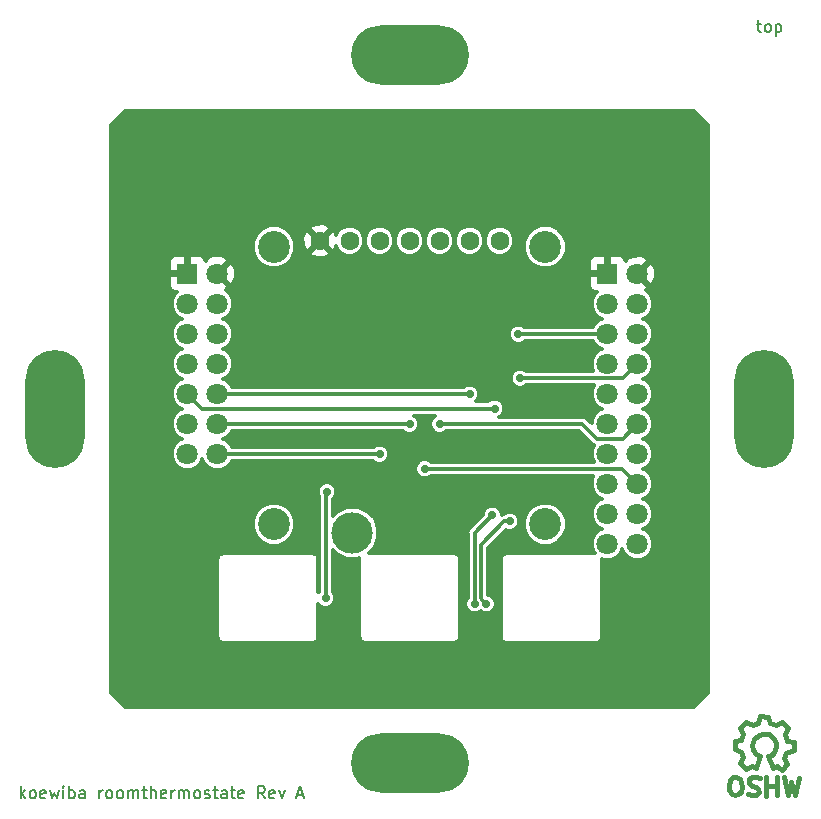
<source format=gbr>
G04 #@! TF.GenerationSoftware,KiCad,Pcbnew,5.0.0-fee4fd1~66~ubuntu16.04.1*
G04 #@! TF.CreationDate,2018-10-04T19:15:53+02:00*
G04 #@! TF.ProjectId,roomthermostat,726F6F6D746865726D6F737461742E6B,A*
G04 #@! TF.SameCoordinates,Original*
G04 #@! TF.FileFunction,Copper,L1,Top,Signal*
G04 #@! TF.FilePolarity,Positive*
%FSLAX46Y46*%
G04 Gerber Fmt 4.6, Leading zero omitted, Abs format (unit mm)*
G04 Created by KiCad (PCBNEW 5.0.0-fee4fd1~66~ubuntu16.04.1) date Thu Oct  4 19:15:53 2018*
%MOMM*%
%LPD*%
G01*
G04 APERTURE LIST*
G04 #@! TA.AperFunction,NonConductor*
%ADD10C,0.200000*%
G04 #@! TD*
G04 #@! TA.AperFunction,EtchedComponent*
%ADD11C,0.381000*%
G04 #@! TD*
G04 #@! TA.AperFunction,ComponentPad*
%ADD12C,1.800000*%
G04 #@! TD*
G04 #@! TA.AperFunction,ComponentPad*
%ADD13R,1.800000X1.800000*%
G04 #@! TD*
G04 #@! TA.AperFunction,ComponentPad*
%ADD14C,3.500000*%
G04 #@! TD*
G04 #@! TA.AperFunction,ComponentPad*
%ADD15O,10.000000X5.001260*%
G04 #@! TD*
G04 #@! TA.AperFunction,ComponentPad*
%ADD16O,5.001260X10.000000*%
G04 #@! TD*
G04 #@! TA.AperFunction,ComponentPad*
%ADD17C,2.700000*%
G04 #@! TD*
G04 #@! TA.AperFunction,ComponentPad*
%ADD18C,1.600000*%
G04 #@! TD*
G04 #@! TA.AperFunction,ViaPad*
%ADD19C,1.000000*%
G04 #@! TD*
G04 #@! TA.AperFunction,ViaPad*
%ADD20C,0.700000*%
G04 #@! TD*
G04 #@! TA.AperFunction,Conductor*
%ADD21C,0.300000*%
G04 #@! TD*
G04 APERTURE END LIST*
D10*
X126299761Y-67770714D02*
X126680714Y-67770714D01*
X126442619Y-67437380D02*
X126442619Y-68294523D01*
X126490238Y-68389761D01*
X126585476Y-68437380D01*
X126680714Y-68437380D01*
X127156904Y-68437380D02*
X127061666Y-68389761D01*
X127014047Y-68342142D01*
X126966428Y-68246904D01*
X126966428Y-67961190D01*
X127014047Y-67865952D01*
X127061666Y-67818333D01*
X127156904Y-67770714D01*
X127299761Y-67770714D01*
X127395000Y-67818333D01*
X127442619Y-67865952D01*
X127490238Y-67961190D01*
X127490238Y-68246904D01*
X127442619Y-68342142D01*
X127395000Y-68389761D01*
X127299761Y-68437380D01*
X127156904Y-68437380D01*
X127918809Y-67770714D02*
X127918809Y-68770714D01*
X127918809Y-67818333D02*
X128014047Y-67770714D01*
X128204523Y-67770714D01*
X128299761Y-67818333D01*
X128347380Y-67865952D01*
X128395000Y-67961190D01*
X128395000Y-68246904D01*
X128347380Y-68342142D01*
X128299761Y-68389761D01*
X128204523Y-68437380D01*
X128014047Y-68437380D01*
X127918809Y-68389761D01*
X63986428Y-133322380D02*
X63986428Y-132322380D01*
X64081666Y-132941428D02*
X64367380Y-133322380D01*
X64367380Y-132655714D02*
X63986428Y-133036666D01*
X64938809Y-133322380D02*
X64843571Y-133274761D01*
X64795952Y-133227142D01*
X64748333Y-133131904D01*
X64748333Y-132846190D01*
X64795952Y-132750952D01*
X64843571Y-132703333D01*
X64938809Y-132655714D01*
X65081666Y-132655714D01*
X65176904Y-132703333D01*
X65224523Y-132750952D01*
X65272142Y-132846190D01*
X65272142Y-133131904D01*
X65224523Y-133227142D01*
X65176904Y-133274761D01*
X65081666Y-133322380D01*
X64938809Y-133322380D01*
X66081666Y-133274761D02*
X65986428Y-133322380D01*
X65795952Y-133322380D01*
X65700714Y-133274761D01*
X65653095Y-133179523D01*
X65653095Y-132798571D01*
X65700714Y-132703333D01*
X65795952Y-132655714D01*
X65986428Y-132655714D01*
X66081666Y-132703333D01*
X66129285Y-132798571D01*
X66129285Y-132893809D01*
X65653095Y-132989047D01*
X66462619Y-132655714D02*
X66653095Y-133322380D01*
X66843571Y-132846190D01*
X67034047Y-133322380D01*
X67224523Y-132655714D01*
X67605476Y-133322380D02*
X67605476Y-132655714D01*
X67605476Y-132322380D02*
X67557857Y-132370000D01*
X67605476Y-132417619D01*
X67653095Y-132370000D01*
X67605476Y-132322380D01*
X67605476Y-132417619D01*
X68081666Y-133322380D02*
X68081666Y-132322380D01*
X68081666Y-132703333D02*
X68176904Y-132655714D01*
X68367380Y-132655714D01*
X68462619Y-132703333D01*
X68510238Y-132750952D01*
X68557857Y-132846190D01*
X68557857Y-133131904D01*
X68510238Y-133227142D01*
X68462619Y-133274761D01*
X68367380Y-133322380D01*
X68176904Y-133322380D01*
X68081666Y-133274761D01*
X69415000Y-133322380D02*
X69415000Y-132798571D01*
X69367380Y-132703333D01*
X69272142Y-132655714D01*
X69081666Y-132655714D01*
X68986428Y-132703333D01*
X69415000Y-133274761D02*
X69319761Y-133322380D01*
X69081666Y-133322380D01*
X68986428Y-133274761D01*
X68938809Y-133179523D01*
X68938809Y-133084285D01*
X68986428Y-132989047D01*
X69081666Y-132941428D01*
X69319761Y-132941428D01*
X69415000Y-132893809D01*
X70653095Y-133322380D02*
X70653095Y-132655714D01*
X70653095Y-132846190D02*
X70700714Y-132750952D01*
X70748333Y-132703333D01*
X70843571Y-132655714D01*
X70938809Y-132655714D01*
X71415000Y-133322380D02*
X71319761Y-133274761D01*
X71272142Y-133227142D01*
X71224523Y-133131904D01*
X71224523Y-132846190D01*
X71272142Y-132750952D01*
X71319761Y-132703333D01*
X71415000Y-132655714D01*
X71557857Y-132655714D01*
X71653095Y-132703333D01*
X71700714Y-132750952D01*
X71748333Y-132846190D01*
X71748333Y-133131904D01*
X71700714Y-133227142D01*
X71653095Y-133274761D01*
X71557857Y-133322380D01*
X71415000Y-133322380D01*
X72319761Y-133322380D02*
X72224523Y-133274761D01*
X72176904Y-133227142D01*
X72129285Y-133131904D01*
X72129285Y-132846190D01*
X72176904Y-132750952D01*
X72224523Y-132703333D01*
X72319761Y-132655714D01*
X72462619Y-132655714D01*
X72557857Y-132703333D01*
X72605476Y-132750952D01*
X72653095Y-132846190D01*
X72653095Y-133131904D01*
X72605476Y-133227142D01*
X72557857Y-133274761D01*
X72462619Y-133322380D01*
X72319761Y-133322380D01*
X73081666Y-133322380D02*
X73081666Y-132655714D01*
X73081666Y-132750952D02*
X73129285Y-132703333D01*
X73224523Y-132655714D01*
X73367380Y-132655714D01*
X73462619Y-132703333D01*
X73510238Y-132798571D01*
X73510238Y-133322380D01*
X73510238Y-132798571D02*
X73557857Y-132703333D01*
X73653095Y-132655714D01*
X73795952Y-132655714D01*
X73891190Y-132703333D01*
X73938809Y-132798571D01*
X73938809Y-133322380D01*
X74272142Y-132655714D02*
X74653095Y-132655714D01*
X74415000Y-132322380D02*
X74415000Y-133179523D01*
X74462619Y-133274761D01*
X74557857Y-133322380D01*
X74653095Y-133322380D01*
X74986428Y-133322380D02*
X74986428Y-132322380D01*
X75415000Y-133322380D02*
X75415000Y-132798571D01*
X75367380Y-132703333D01*
X75272142Y-132655714D01*
X75129285Y-132655714D01*
X75034047Y-132703333D01*
X74986428Y-132750952D01*
X76272142Y-133274761D02*
X76176904Y-133322380D01*
X75986428Y-133322380D01*
X75891190Y-133274761D01*
X75843571Y-133179523D01*
X75843571Y-132798571D01*
X75891190Y-132703333D01*
X75986428Y-132655714D01*
X76176904Y-132655714D01*
X76272142Y-132703333D01*
X76319761Y-132798571D01*
X76319761Y-132893809D01*
X75843571Y-132989047D01*
X76748333Y-133322380D02*
X76748333Y-132655714D01*
X76748333Y-132846190D02*
X76795952Y-132750952D01*
X76843571Y-132703333D01*
X76938809Y-132655714D01*
X77034047Y-132655714D01*
X77367380Y-133322380D02*
X77367380Y-132655714D01*
X77367380Y-132750952D02*
X77415000Y-132703333D01*
X77510238Y-132655714D01*
X77653095Y-132655714D01*
X77748333Y-132703333D01*
X77795952Y-132798571D01*
X77795952Y-133322380D01*
X77795952Y-132798571D02*
X77843571Y-132703333D01*
X77938809Y-132655714D01*
X78081666Y-132655714D01*
X78176904Y-132703333D01*
X78224523Y-132798571D01*
X78224523Y-133322380D01*
X78843571Y-133322380D02*
X78748333Y-133274761D01*
X78700714Y-133227142D01*
X78653095Y-133131904D01*
X78653095Y-132846190D01*
X78700714Y-132750952D01*
X78748333Y-132703333D01*
X78843571Y-132655714D01*
X78986428Y-132655714D01*
X79081666Y-132703333D01*
X79129285Y-132750952D01*
X79176904Y-132846190D01*
X79176904Y-133131904D01*
X79129285Y-133227142D01*
X79081666Y-133274761D01*
X78986428Y-133322380D01*
X78843571Y-133322380D01*
X79557857Y-133274761D02*
X79653095Y-133322380D01*
X79843571Y-133322380D01*
X79938809Y-133274761D01*
X79986428Y-133179523D01*
X79986428Y-133131904D01*
X79938809Y-133036666D01*
X79843571Y-132989047D01*
X79700714Y-132989047D01*
X79605476Y-132941428D01*
X79557857Y-132846190D01*
X79557857Y-132798571D01*
X79605476Y-132703333D01*
X79700714Y-132655714D01*
X79843571Y-132655714D01*
X79938809Y-132703333D01*
X80272142Y-132655714D02*
X80653095Y-132655714D01*
X80415000Y-132322380D02*
X80415000Y-133179523D01*
X80462619Y-133274761D01*
X80557857Y-133322380D01*
X80653095Y-133322380D01*
X81415000Y-133322380D02*
X81415000Y-132798571D01*
X81367380Y-132703333D01*
X81272142Y-132655714D01*
X81081666Y-132655714D01*
X80986428Y-132703333D01*
X81415000Y-133274761D02*
X81319761Y-133322380D01*
X81081666Y-133322380D01*
X80986428Y-133274761D01*
X80938809Y-133179523D01*
X80938809Y-133084285D01*
X80986428Y-132989047D01*
X81081666Y-132941428D01*
X81319761Y-132941428D01*
X81415000Y-132893809D01*
X81748333Y-132655714D02*
X82129285Y-132655714D01*
X81891190Y-132322380D02*
X81891190Y-133179523D01*
X81938809Y-133274761D01*
X82034047Y-133322380D01*
X82129285Y-133322380D01*
X82843571Y-133274761D02*
X82748333Y-133322380D01*
X82557857Y-133322380D01*
X82462619Y-133274761D01*
X82415000Y-133179523D01*
X82415000Y-132798571D01*
X82462619Y-132703333D01*
X82557857Y-132655714D01*
X82748333Y-132655714D01*
X82843571Y-132703333D01*
X82891190Y-132798571D01*
X82891190Y-132893809D01*
X82415000Y-132989047D01*
X84653095Y-133322380D02*
X84319761Y-132846190D01*
X84081666Y-133322380D02*
X84081666Y-132322380D01*
X84462619Y-132322380D01*
X84557857Y-132370000D01*
X84605476Y-132417619D01*
X84653095Y-132512857D01*
X84653095Y-132655714D01*
X84605476Y-132750952D01*
X84557857Y-132798571D01*
X84462619Y-132846190D01*
X84081666Y-132846190D01*
X85462619Y-133274761D02*
X85367380Y-133322380D01*
X85176904Y-133322380D01*
X85081666Y-133274761D01*
X85034047Y-133179523D01*
X85034047Y-132798571D01*
X85081666Y-132703333D01*
X85176904Y-132655714D01*
X85367380Y-132655714D01*
X85462619Y-132703333D01*
X85510238Y-132798571D01*
X85510238Y-132893809D01*
X85034047Y-132989047D01*
X85843571Y-132655714D02*
X86081666Y-133322380D01*
X86319761Y-132655714D01*
X87415000Y-133036666D02*
X87891190Y-133036666D01*
X87319761Y-133322380D02*
X87653095Y-132322380D01*
X87986428Y-133322380D01*
D11*
G04 #@! TO.C,LOGO1*
X128583780Y-131559860D02*
X128944460Y-133030520D01*
X128944460Y-133030520D02*
X129223860Y-131968800D01*
X129223860Y-131968800D02*
X129533740Y-133040680D01*
X129533740Y-133040680D02*
X129874100Y-131590340D01*
X127163920Y-132250740D02*
X127953860Y-132240580D01*
X127953860Y-132240580D02*
X127964020Y-132250740D01*
X127964020Y-132250740D02*
X127964020Y-132240580D01*
X128004660Y-131529380D02*
X128004660Y-133071160D01*
X127115660Y-131519220D02*
X127115660Y-133088940D01*
X127115660Y-133088940D02*
X127125820Y-133078780D01*
X126564480Y-131620820D02*
X126213960Y-131539540D01*
X126213960Y-131539540D02*
X125893920Y-131529380D01*
X125893920Y-131529380D02*
X125655160Y-131730040D01*
X125655160Y-131730040D02*
X125624680Y-131999280D01*
X125624680Y-131999280D02*
X125865980Y-132240580D01*
X125865980Y-132240580D02*
X126254600Y-132370120D01*
X126254600Y-132370120D02*
X126434940Y-132530140D01*
X126434940Y-132530140D02*
X126475580Y-132829860D01*
X126475580Y-132829860D02*
X126244440Y-133050840D01*
X126244440Y-133050840D02*
X125924400Y-133078780D01*
X125924400Y-133078780D02*
X125573880Y-132969560D01*
X124535020Y-131519220D02*
X124286100Y-131539540D01*
X124286100Y-131539540D02*
X124044800Y-131780840D01*
X124044800Y-131780840D02*
X123955900Y-132271060D01*
X123955900Y-132271060D02*
X123983840Y-132619040D01*
X123983840Y-132619040D02*
X124184500Y-132939080D01*
X124184500Y-132939080D02*
X124435960Y-133061000D01*
X124435960Y-133061000D02*
X124745840Y-132989880D01*
X124745840Y-132989880D02*
X124964280Y-132809540D01*
X124964280Y-132809540D02*
X125035400Y-132349800D01*
X125035400Y-132349800D02*
X124984600Y-131940860D01*
X124984600Y-131940860D02*
X124875380Y-131658920D01*
X124875380Y-131658920D02*
X124514700Y-131529380D01*
X125134460Y-129799640D02*
X124875380Y-130360980D01*
X124875380Y-130360980D02*
X125413860Y-130879140D01*
X125413860Y-130879140D02*
X125934560Y-130609900D01*
X125934560Y-130609900D02*
X126213960Y-130769920D01*
X127654140Y-130749600D02*
X127984340Y-130559100D01*
X127984340Y-130559100D02*
X128423760Y-130889300D01*
X128423760Y-130889300D02*
X128896200Y-130399080D01*
X128896200Y-130399080D02*
X128614260Y-129919020D01*
X128614260Y-129919020D02*
X128804760Y-129449120D01*
X128804760Y-129449120D02*
X129414360Y-129261160D01*
X129414360Y-129261160D02*
X129414360Y-128580440D01*
X129414360Y-128580440D02*
X128855560Y-128440740D01*
X128855560Y-128440740D02*
X128654900Y-127869240D01*
X128654900Y-127869240D02*
X128924140Y-127399340D01*
X128924140Y-127399340D02*
X128454240Y-126888800D01*
X128454240Y-126888800D02*
X127936080Y-127150420D01*
X127936080Y-127150420D02*
X127466180Y-126949760D01*
X127466180Y-126949760D02*
X127296000Y-126408740D01*
X127296000Y-126408740D02*
X126605120Y-126390960D01*
X126605120Y-126390960D02*
X126394300Y-126939600D01*
X126394300Y-126939600D02*
X125975200Y-127109780D01*
X125975200Y-127109780D02*
X125424020Y-126840540D01*
X125424020Y-126840540D02*
X124905860Y-127368860D01*
X124905860Y-127368860D02*
X125154780Y-127909880D01*
X125154780Y-127909880D02*
X124984600Y-128389940D01*
X124984600Y-128389940D02*
X124435960Y-128489000D01*
X124435960Y-128489000D02*
X124425800Y-129190040D01*
X124425800Y-129190040D02*
X124984600Y-129390700D01*
X124984600Y-129390700D02*
X125124300Y-129789480D01*
X127265520Y-129769160D02*
X127565240Y-129619300D01*
X127565240Y-129619300D02*
X127765900Y-129421180D01*
X127765900Y-129421180D02*
X127915760Y-129019860D01*
X127915760Y-129019860D02*
X127915760Y-128621080D01*
X127915760Y-128621080D02*
X127765900Y-128270560D01*
X127765900Y-128270560D02*
X127313780Y-127920040D01*
X127313780Y-127920040D02*
X126864200Y-127869240D01*
X126864200Y-127869240D02*
X126465420Y-127970840D01*
X126465420Y-127970840D02*
X126064100Y-128318820D01*
X126064100Y-128318820D02*
X125914240Y-128770940D01*
X125914240Y-128770940D02*
X125965040Y-129268780D01*
X125965040Y-129268780D02*
X126213960Y-129571040D01*
X126213960Y-129571040D02*
X126564480Y-129769160D01*
X126564480Y-129769160D02*
X126213960Y-130769920D01*
X127265520Y-129769160D02*
X127664300Y-130769920D01*
G04 #@! TD*
D12*
G04 #@! TO.P,MOD1,34*
G04 #@! TO.N,/DISP_SCK*
X80645000Y-104140000D03*
G04 #@! TO.P,MOD1,33*
G04 #@! TO.N,N/C*
X78105000Y-104140000D03*
G04 #@! TO.P,MOD1,32*
G04 #@! TO.N,/DISP_MOSI*
X80645000Y-101600000D03*
G04 #@! TO.P,MOD1,31*
G04 #@! TO.N,N/C*
X78105000Y-101600000D03*
G04 #@! TO.P,MOD1,30*
G04 #@! TO.N,/DISP_A0*
X80645000Y-99060000D03*
G04 #@! TO.P,MOD1,29*
G04 #@! TO.N,//DISP_CS*
X78105000Y-99060000D03*
G04 #@! TO.P,MOD1,28*
G04 #@! TO.N,N/C*
X80645000Y-96520000D03*
G04 #@! TO.P,MOD1,27*
X78105000Y-96520000D03*
G04 #@! TO.P,MOD1,26*
X80645000Y-93980000D03*
G04 #@! TO.P,MOD1,25*
X78105000Y-93980000D03*
G04 #@! TO.P,MOD1,24*
G04 #@! TO.N,VCC*
X80645000Y-91440000D03*
G04 #@! TO.P,MOD1,23*
X78105000Y-91440000D03*
G04 #@! TO.P,MOD1,22*
G04 #@! TO.N,GND*
X80645000Y-88900000D03*
D13*
G04 #@! TO.P,MOD1,21*
X78105000Y-88900000D03*
D12*
G04 #@! TO.P,MOD1,20*
G04 #@! TO.N,N/C*
X116205000Y-111790000D03*
G04 #@! TO.P,MOD1,19*
X113665000Y-111760000D03*
G04 #@! TO.P,MOD1,18*
X116205000Y-109250000D03*
G04 #@! TO.P,MOD1,17*
X113665000Y-109220000D03*
G04 #@! TO.P,MOD1,16*
G04 #@! TO.N,/TEMP*
X116205000Y-106710000D03*
G04 #@! TO.P,MOD1,15*
G04 #@! TO.N,N/C*
X113665000Y-106680000D03*
G04 #@! TO.P,MOD1,14*
X116205000Y-104170000D03*
G04 #@! TO.P,MOD1,13*
X113665000Y-104140000D03*
G04 #@! TO.P,MOD1,12*
G04 #@! TO.N,//RESET*
X116205000Y-101630000D03*
G04 #@! TO.P,MOD1,11*
G04 #@! TO.N,N/C*
X113665000Y-101600000D03*
G04 #@! TO.P,MOD1,10*
X116205000Y-99090000D03*
G04 #@! TO.P,MOD1,9*
X113665000Y-99060000D03*
G04 #@! TO.P,MOD1,8*
G04 #@! TO.N,/KEY2*
X116205000Y-96550000D03*
G04 #@! TO.P,MOD1,7*
G04 #@! TO.N,N/C*
X113665000Y-96520000D03*
G04 #@! TO.P,MOD1,6*
G04 #@! TO.N,/KEY0*
X116205000Y-93980000D03*
G04 #@! TO.P,MOD1,5*
G04 #@! TO.N,/KEY1*
X113665000Y-93980000D03*
G04 #@! TO.P,MOD1,4*
G04 #@! TO.N,N/C*
X116205000Y-91470000D03*
G04 #@! TO.P,MOD1,3*
X113665000Y-91440000D03*
G04 #@! TO.P,MOD1,2*
G04 #@! TO.N,GND*
X116205000Y-88930000D03*
D13*
G04 #@! TO.P,MOD1,1*
X113665000Y-88900000D03*
D14*
G04 #@! TO.P,MOD1,41*
G04 #@! TO.N,N/C*
X92075000Y-110840000D03*
G04 #@! TD*
D15*
G04 #@! TO.P,H1,1*
G04 #@! TO.N,N/C*
X96915000Y-70370000D03*
G04 #@! TD*
D16*
G04 #@! TO.P,H4,1*
G04 #@! TO.N,N/C*
X66915000Y-100370000D03*
G04 #@! TD*
G04 #@! TO.P,H2,1*
G04 #@! TO.N,N/C*
X126915000Y-100370000D03*
G04 #@! TD*
D15*
G04 #@! TO.P,H3,1*
G04 #@! TO.N,N/C*
X96915000Y-130370000D03*
G04 #@! TD*
D17*
G04 #@! TO.P,MOD2,H*
G04 #@! TO.N,N/C*
X108415000Y-86620000D03*
X85415000Y-86620000D03*
X85415000Y-110120000D03*
X108415000Y-110120000D03*
D18*
G04 #@! TO.P,MOD2,4*
G04 #@! TO.N,/DISP_MOSI*
X96915000Y-86120000D03*
G04 #@! TO.P,MOD2,5*
G04 #@! TO.N,//RESET*
X99455000Y-86120000D03*
G04 #@! TO.P,MOD2,6*
G04 #@! TO.N,/DISP_A0*
X101995000Y-86120000D03*
G04 #@! TO.P,MOD2,7*
G04 #@! TO.N,//DISP_CS*
X104535000Y-86120000D03*
G04 #@! TO.P,MOD2,3*
G04 #@! TO.N,/DISP_SCK*
X94375000Y-86120000D03*
G04 #@! TO.P,MOD2,2*
G04 #@! TO.N,VCC*
X91835000Y-86120000D03*
G04 #@! TO.P,MOD2,1*
G04 #@! TO.N,GND*
X89295000Y-86120000D03*
G04 #@! TD*
D19*
G04 #@! TO.N,GND*
X116165000Y-114120000D03*
X103915000Y-112370000D03*
X91915000Y-116370000D03*
X77915000Y-114120000D03*
D20*
X95015000Y-78470000D03*
G04 #@! TO.N,/DISP_SCK*
X94375000Y-104180000D03*
G04 #@! TO.N,/DISP_MOSI*
X96915000Y-101640000D03*
G04 #@! TO.N,/DISP_A0*
X101995000Y-99100000D03*
G04 #@! TO.N,//DISP_CS*
X104115000Y-100320000D03*
G04 #@! TO.N,/TEMP*
X98186960Y-105434291D03*
G04 #@! TO.N,//RESET*
X99455000Y-101640000D03*
G04 #@! TO.N,/KEY2*
X105415000Y-109870000D03*
X103415000Y-116870000D03*
X106265021Y-97770000D03*
G04 #@! TO.N,/KEY0*
X89815000Y-116370006D03*
X89915000Y-107370000D03*
G04 #@! TO.N,/KEY1*
X102415000Y-116870000D03*
X103915000Y-109370000D03*
X106115000Y-94020000D03*
G04 #@! TD*
D21*
G04 #@! TO.N,/DISP_SCK*
X80645000Y-104140000D02*
X94335000Y-104140000D01*
X94335000Y-104140000D02*
X94375000Y-104180000D01*
G04 #@! TO.N,/DISP_MOSI*
X80645000Y-101600000D02*
X96875000Y-101600000D01*
X96875000Y-101600000D02*
X96915000Y-101640000D01*
G04 #@! TO.N,/DISP_A0*
X80645000Y-99060000D02*
X101955000Y-99060000D01*
X101955000Y-99060000D02*
X101995000Y-99100000D01*
G04 #@! TO.N,//DISP_CS*
X103620026Y-100320000D02*
X104115000Y-100320000D01*
X78105000Y-99060000D02*
X79365000Y-100320000D01*
X79365000Y-100320000D02*
X103620026Y-100320000D01*
G04 #@! TO.N,/TEMP*
X98681934Y-105434291D02*
X98186960Y-105434291D01*
X98691746Y-105424479D02*
X98681934Y-105434291D01*
X114919479Y-105424479D02*
X98691746Y-105424479D01*
X116205000Y-106710000D02*
X114919479Y-105424479D01*
G04 #@! TO.N,//RESET*
X99455000Y-101640000D02*
X111520000Y-101640000D01*
X111520000Y-101640000D02*
X112744822Y-102864822D01*
X112744822Y-102864822D02*
X114970178Y-102864822D01*
X114970178Y-102864822D02*
X116205000Y-101630000D01*
G04 #@! TO.N,/KEY2*
X105415000Y-109870000D02*
X104920026Y-109870000D01*
X103065001Y-116520001D02*
X103415000Y-116870000D01*
X102915011Y-111875015D02*
X102915011Y-116370011D01*
X102915011Y-116370011D02*
X103065001Y-116520001D01*
X104920026Y-109870000D02*
X102915011Y-111875015D01*
X116205000Y-96550000D02*
X114985000Y-97770000D01*
X114985000Y-97770000D02*
X106759995Y-97770000D01*
X106759995Y-97770000D02*
X106265021Y-97770000D01*
G04 #@! TO.N,/KEY0*
X89815000Y-107470000D02*
X89915000Y-107370000D01*
X89815000Y-116370006D02*
X89815000Y-107470000D01*
G04 #@! TO.N,/KEY1*
X102415000Y-110870000D02*
X103915000Y-109370000D01*
X102415000Y-116870000D02*
X102415000Y-110870000D01*
X113665000Y-93980000D02*
X106155000Y-93980000D01*
X106155000Y-93980000D02*
X106115000Y-94020000D01*
G04 #@! TD*
G04 #@! TO.N,GND*
G36*
X122165000Y-76302132D02*
X122165000Y-124437868D01*
X120982868Y-125620000D01*
X72847132Y-125620000D01*
X71665000Y-124437868D01*
X71665000Y-113120000D01*
X80629715Y-113120000D01*
X80640000Y-113171707D01*
X80640001Y-119568289D01*
X80629715Y-119620000D01*
X80670461Y-119824845D01*
X80786496Y-119998504D01*
X80960155Y-120114539D01*
X81113294Y-120145000D01*
X81165000Y-120155285D01*
X81216706Y-120145000D01*
X88613294Y-120145000D01*
X88665000Y-120155285D01*
X88716706Y-120145000D01*
X88869845Y-120114539D01*
X89043504Y-119998504D01*
X89159539Y-119824845D01*
X89200285Y-119620000D01*
X89190000Y-119568294D01*
X89190000Y-116876377D01*
X89361836Y-117048213D01*
X89655870Y-117170006D01*
X89974130Y-117170006D01*
X90268164Y-117048213D01*
X90493207Y-116823170D01*
X90615000Y-116529136D01*
X90615000Y-116210876D01*
X90493207Y-115916842D01*
X90415000Y-115838635D01*
X90415000Y-112291270D01*
X90828800Y-112705070D01*
X91637393Y-113040000D01*
X92512607Y-113040000D01*
X92657572Y-112979954D01*
X92629715Y-113120000D01*
X92640001Y-113171711D01*
X92640000Y-119568293D01*
X92629715Y-119620000D01*
X92670461Y-119824845D01*
X92786496Y-119998504D01*
X92960155Y-120114539D01*
X93165000Y-120155285D01*
X93216706Y-120145000D01*
X100613294Y-120145000D01*
X100665000Y-120155285D01*
X100716706Y-120145000D01*
X100751451Y-120138089D01*
X100869845Y-120114539D01*
X101043504Y-119998504D01*
X101159539Y-119824845D01*
X101190000Y-119671706D01*
X101190000Y-119671705D01*
X101200285Y-119620000D01*
X101190000Y-119568294D01*
X101190000Y-116710870D01*
X101615000Y-116710870D01*
X101615000Y-117029130D01*
X101736793Y-117323164D01*
X101961836Y-117548207D01*
X102255870Y-117670000D01*
X102574130Y-117670000D01*
X102868164Y-117548207D01*
X102915000Y-117501371D01*
X102961836Y-117548207D01*
X103255870Y-117670000D01*
X103574130Y-117670000D01*
X103868164Y-117548207D01*
X104093207Y-117323164D01*
X104215000Y-117029130D01*
X104215000Y-116710870D01*
X104093207Y-116416836D01*
X103868164Y-116191793D01*
X103574130Y-116070000D01*
X103515011Y-116070000D01*
X103515011Y-112123542D01*
X105052707Y-110585847D01*
X105255870Y-110670000D01*
X105574130Y-110670000D01*
X105868164Y-110548207D01*
X106093207Y-110323164D01*
X106215000Y-110029130D01*
X106215000Y-109761958D01*
X106615000Y-109761958D01*
X106615000Y-110478042D01*
X106889034Y-111139618D01*
X107395382Y-111645966D01*
X108056958Y-111920000D01*
X108773042Y-111920000D01*
X109434618Y-111645966D01*
X109940966Y-111139618D01*
X110215000Y-110478042D01*
X110215000Y-109761958D01*
X109940966Y-109100382D01*
X109434618Y-108594034D01*
X108773042Y-108320000D01*
X108056958Y-108320000D01*
X107395382Y-108594034D01*
X106889034Y-109100382D01*
X106615000Y-109761958D01*
X106215000Y-109761958D01*
X106215000Y-109710870D01*
X106093207Y-109416836D01*
X105868164Y-109191793D01*
X105574130Y-109070000D01*
X105255870Y-109070000D01*
X104961836Y-109191793D01*
X104889263Y-109264366D01*
X104860939Y-109270000D01*
X104860935Y-109270000D01*
X104715000Y-109299028D01*
X104715000Y-109210870D01*
X104593207Y-108916836D01*
X104368164Y-108691793D01*
X104074130Y-108570000D01*
X103755870Y-108570000D01*
X103461836Y-108691793D01*
X103236793Y-108916836D01*
X103115000Y-109210870D01*
X103115000Y-109321472D01*
X102032520Y-110403953D01*
X101982426Y-110437425D01*
X101948954Y-110487519D01*
X101948953Y-110487520D01*
X101849814Y-110635892D01*
X101803247Y-110870000D01*
X101815001Y-110929091D01*
X101815000Y-116338629D01*
X101736793Y-116416836D01*
X101615000Y-116710870D01*
X101190000Y-116710870D01*
X101190000Y-113171706D01*
X101200285Y-113120000D01*
X101159539Y-112915155D01*
X101043504Y-112741496D01*
X100869845Y-112625461D01*
X100716706Y-112595000D01*
X100665000Y-112584715D01*
X100613294Y-112595000D01*
X93431270Y-112595000D01*
X93940070Y-112086200D01*
X94275000Y-111277607D01*
X94275000Y-110402393D01*
X93940070Y-109593800D01*
X93321200Y-108974930D01*
X92512607Y-108640000D01*
X91637393Y-108640000D01*
X90828800Y-108974930D01*
X90415000Y-109388730D01*
X90415000Y-108001371D01*
X90593207Y-107823164D01*
X90715000Y-107529130D01*
X90715000Y-107210870D01*
X90593207Y-106916836D01*
X90368164Y-106691793D01*
X90074130Y-106570000D01*
X89755870Y-106570000D01*
X89461836Y-106691793D01*
X89236793Y-106916836D01*
X89115000Y-107210870D01*
X89115000Y-107529130D01*
X89215001Y-107770553D01*
X89215000Y-115838635D01*
X89190000Y-115863635D01*
X89190000Y-113171706D01*
X89200285Y-113120000D01*
X89159539Y-112915155D01*
X89043504Y-112741496D01*
X88869845Y-112625461D01*
X88665000Y-112584715D01*
X88613294Y-112595000D01*
X81216706Y-112595000D01*
X81165000Y-112584715D01*
X80960155Y-112625461D01*
X80786496Y-112741496D01*
X80670461Y-112915155D01*
X80629715Y-113120000D01*
X71665000Y-113120000D01*
X71665000Y-109761958D01*
X83615000Y-109761958D01*
X83615000Y-110478042D01*
X83889034Y-111139618D01*
X84395382Y-111645966D01*
X85056958Y-111920000D01*
X85773042Y-111920000D01*
X86434618Y-111645966D01*
X86940966Y-111139618D01*
X87215000Y-110478042D01*
X87215000Y-109761958D01*
X86940966Y-109100382D01*
X86434618Y-108594034D01*
X85773042Y-108320000D01*
X85056958Y-108320000D01*
X84395382Y-108594034D01*
X83889034Y-109100382D01*
X83615000Y-109761958D01*
X71665000Y-109761958D01*
X71665000Y-89168500D01*
X76547000Y-89168500D01*
X76547000Y-89930884D01*
X76647174Y-90172727D01*
X76832273Y-90357825D01*
X77074115Y-90458000D01*
X77177811Y-90458000D01*
X76960525Y-90675286D01*
X76755000Y-91171468D01*
X76755000Y-91708532D01*
X76960525Y-92204714D01*
X77340286Y-92584475D01*
X77643331Y-92710000D01*
X77340286Y-92835525D01*
X76960525Y-93215286D01*
X76755000Y-93711468D01*
X76755000Y-94248532D01*
X76960525Y-94744714D01*
X77340286Y-95124475D01*
X77643331Y-95250000D01*
X77340286Y-95375525D01*
X76960525Y-95755286D01*
X76755000Y-96251468D01*
X76755000Y-96788532D01*
X76960525Y-97284714D01*
X77340286Y-97664475D01*
X77643331Y-97790000D01*
X77340286Y-97915525D01*
X76960525Y-98295286D01*
X76755000Y-98791468D01*
X76755000Y-99328532D01*
X76960525Y-99824714D01*
X77340286Y-100204475D01*
X77643331Y-100330000D01*
X77340286Y-100455525D01*
X76960525Y-100835286D01*
X76755000Y-101331468D01*
X76755000Y-101868532D01*
X76960525Y-102364714D01*
X77340286Y-102744475D01*
X77643331Y-102870000D01*
X77340286Y-102995525D01*
X76960525Y-103375286D01*
X76755000Y-103871468D01*
X76755000Y-104408532D01*
X76960525Y-104904714D01*
X77340286Y-105284475D01*
X77836468Y-105490000D01*
X78373532Y-105490000D01*
X78869714Y-105284475D01*
X79249475Y-104904714D01*
X79375000Y-104601669D01*
X79500525Y-104904714D01*
X79880286Y-105284475D01*
X80376468Y-105490000D01*
X80913532Y-105490000D01*
X81409714Y-105284475D01*
X81789475Y-104904714D01*
X81857702Y-104740000D01*
X93803629Y-104740000D01*
X93921836Y-104858207D01*
X94215870Y-104980000D01*
X94534130Y-104980000D01*
X94828164Y-104858207D01*
X95053207Y-104633164D01*
X95175000Y-104339130D01*
X95175000Y-104020870D01*
X95053207Y-103726836D01*
X94828164Y-103501793D01*
X94534130Y-103380000D01*
X94215870Y-103380000D01*
X93921836Y-103501793D01*
X93883629Y-103540000D01*
X81857702Y-103540000D01*
X81789475Y-103375286D01*
X81409714Y-102995525D01*
X81106669Y-102870000D01*
X81409714Y-102744475D01*
X81789475Y-102364714D01*
X81857702Y-102200000D01*
X96343629Y-102200000D01*
X96461836Y-102318207D01*
X96755870Y-102440000D01*
X97074130Y-102440000D01*
X97368164Y-102318207D01*
X97593207Y-102093164D01*
X97715000Y-101799130D01*
X97715000Y-101480870D01*
X97593207Y-101186836D01*
X97368164Y-100961793D01*
X97267267Y-100920000D01*
X99102733Y-100920000D01*
X99001836Y-100961793D01*
X98776793Y-101186836D01*
X98655000Y-101480870D01*
X98655000Y-101799130D01*
X98776793Y-102093164D01*
X99001836Y-102318207D01*
X99295870Y-102440000D01*
X99614130Y-102440000D01*
X99908164Y-102318207D01*
X99986371Y-102240000D01*
X111271473Y-102240000D01*
X112278775Y-103247303D01*
X112312247Y-103297397D01*
X112500645Y-103423281D01*
X112315000Y-103871468D01*
X112315000Y-104408532D01*
X112487291Y-104824479D01*
X98750832Y-104824479D01*
X98698013Y-104813973D01*
X98640124Y-104756084D01*
X98346090Y-104634291D01*
X98027830Y-104634291D01*
X97733796Y-104756084D01*
X97508753Y-104981127D01*
X97386960Y-105275161D01*
X97386960Y-105593421D01*
X97508753Y-105887455D01*
X97733796Y-106112498D01*
X98027830Y-106234291D01*
X98346090Y-106234291D01*
X98640124Y-106112498D01*
X98712697Y-106039925D01*
X98741020Y-106034291D01*
X98741025Y-106034291D01*
X98790353Y-106024479D01*
X112475296Y-106024479D01*
X112315000Y-106411468D01*
X112315000Y-106948532D01*
X112520525Y-107444714D01*
X112900286Y-107824475D01*
X113203331Y-107950000D01*
X112900286Y-108075525D01*
X112520525Y-108455286D01*
X112315000Y-108951468D01*
X112315000Y-109488532D01*
X112520525Y-109984714D01*
X112900286Y-110364475D01*
X113203331Y-110490000D01*
X112900286Y-110615525D01*
X112520525Y-110995286D01*
X112315000Y-111491468D01*
X112315000Y-112028532D01*
X112520525Y-112524714D01*
X112565811Y-112570000D01*
X105219170Y-112570000D01*
X105165000Y-112559225D01*
X105110830Y-112570000D01*
X104950401Y-112601911D01*
X104768472Y-112723472D01*
X104646911Y-112905401D01*
X104604225Y-113120000D01*
X104615000Y-113174170D01*
X104615001Y-119565825D01*
X104604225Y-119620000D01*
X104646911Y-119834599D01*
X104768472Y-120016528D01*
X104950401Y-120138089D01*
X105110830Y-120170000D01*
X105165000Y-120180775D01*
X105219170Y-120170000D01*
X112610830Y-120170000D01*
X112665000Y-120180775D01*
X112719170Y-120170000D01*
X112879599Y-120138089D01*
X113061528Y-120016528D01*
X113183089Y-119834599D01*
X113225775Y-119620000D01*
X113215000Y-119565830D01*
X113215000Y-113174170D01*
X113225775Y-113120000D01*
X113208281Y-113032050D01*
X113396468Y-113110000D01*
X113933532Y-113110000D01*
X114429714Y-112904475D01*
X114809475Y-112524714D01*
X114928787Y-112236669D01*
X115060525Y-112554714D01*
X115440286Y-112934475D01*
X115936468Y-113140000D01*
X116473532Y-113140000D01*
X116969714Y-112934475D01*
X117349475Y-112554714D01*
X117555000Y-112058532D01*
X117555000Y-111521468D01*
X117349475Y-111025286D01*
X116969714Y-110645525D01*
X116666669Y-110520000D01*
X116969714Y-110394475D01*
X117349475Y-110014714D01*
X117555000Y-109518532D01*
X117555000Y-108981468D01*
X117349475Y-108485286D01*
X116969714Y-108105525D01*
X116666669Y-107980000D01*
X116969714Y-107854475D01*
X117349475Y-107474714D01*
X117555000Y-106978532D01*
X117555000Y-106441468D01*
X117349475Y-105945286D01*
X116969714Y-105565525D01*
X116666669Y-105440000D01*
X116969714Y-105314475D01*
X117349475Y-104934714D01*
X117555000Y-104438532D01*
X117555000Y-103901468D01*
X117349475Y-103405286D01*
X116969714Y-103025525D01*
X116666669Y-102900000D01*
X116969714Y-102774475D01*
X117349475Y-102394714D01*
X117555000Y-101898532D01*
X117555000Y-101361468D01*
X117349475Y-100865286D01*
X116969714Y-100485525D01*
X116666669Y-100360000D01*
X116969714Y-100234475D01*
X117349475Y-99854714D01*
X117555000Y-99358532D01*
X117555000Y-98821468D01*
X117349475Y-98325286D01*
X116969714Y-97945525D01*
X116666669Y-97820000D01*
X116969714Y-97694475D01*
X117349475Y-97314714D01*
X117555000Y-96818532D01*
X117555000Y-96281468D01*
X117349475Y-95785286D01*
X116969714Y-95405525D01*
X116630456Y-95265000D01*
X116969714Y-95124475D01*
X117349475Y-94744714D01*
X117555000Y-94248532D01*
X117555000Y-93711468D01*
X117349475Y-93215286D01*
X116969714Y-92835525D01*
X116702883Y-92725000D01*
X116969714Y-92614475D01*
X117349475Y-92234714D01*
X117555000Y-91738532D01*
X117555000Y-91201468D01*
X117349475Y-90705286D01*
X116969714Y-90325525D01*
X116948359Y-90316679D01*
X117052569Y-90273514D01*
X117135708Y-90007786D01*
X116205000Y-89077078D01*
X116190858Y-89091221D01*
X116043780Y-88944143D01*
X116057922Y-88930000D01*
X116352078Y-88930000D01*
X117282786Y-89860708D01*
X117548514Y-89777569D01*
X117770597Y-89198911D01*
X117754331Y-88579314D01*
X117548514Y-88082431D01*
X117282786Y-87999292D01*
X116352078Y-88930000D01*
X116057922Y-88930000D01*
X116043780Y-88915858D01*
X116190858Y-88768780D01*
X116205000Y-88782922D01*
X117135708Y-87852214D01*
X117052569Y-87586486D01*
X116473911Y-87364403D01*
X115854314Y-87380669D01*
X115357431Y-87586486D01*
X115274293Y-87852212D01*
X115174778Y-87752697D01*
X115122826Y-87627273D01*
X114937727Y-87442175D01*
X114695885Y-87342000D01*
X113933500Y-87342000D01*
X113769000Y-87506500D01*
X113769000Y-88796000D01*
X113789000Y-88796000D01*
X113789000Y-89004000D01*
X113769000Y-89004000D01*
X113769000Y-89024000D01*
X113561000Y-89024000D01*
X113561000Y-89004000D01*
X112271500Y-89004000D01*
X112107000Y-89168500D01*
X112107000Y-89930884D01*
X112207174Y-90172727D01*
X112392273Y-90357825D01*
X112634115Y-90458000D01*
X112737811Y-90458000D01*
X112520525Y-90675286D01*
X112315000Y-91171468D01*
X112315000Y-91708532D01*
X112520525Y-92204714D01*
X112900286Y-92584475D01*
X113203331Y-92710000D01*
X112900286Y-92835525D01*
X112520525Y-93215286D01*
X112452298Y-93380000D01*
X106606371Y-93380000D01*
X106568164Y-93341793D01*
X106274130Y-93220000D01*
X105955870Y-93220000D01*
X105661836Y-93341793D01*
X105436793Y-93566836D01*
X105315000Y-93860870D01*
X105315000Y-94179130D01*
X105436793Y-94473164D01*
X105661836Y-94698207D01*
X105955870Y-94820000D01*
X106274130Y-94820000D01*
X106568164Y-94698207D01*
X106686371Y-94580000D01*
X112452298Y-94580000D01*
X112520525Y-94744714D01*
X112900286Y-95124475D01*
X113203331Y-95250000D01*
X112900286Y-95375525D01*
X112520525Y-95755286D01*
X112315000Y-96251468D01*
X112315000Y-96788532D01*
X112473009Y-97170000D01*
X106796392Y-97170000D01*
X106718185Y-97091793D01*
X106424151Y-96970000D01*
X106105891Y-96970000D01*
X105811857Y-97091793D01*
X105586814Y-97316836D01*
X105465021Y-97610870D01*
X105465021Y-97929130D01*
X105586814Y-98223164D01*
X105811857Y-98448207D01*
X106105891Y-98570000D01*
X106424151Y-98570000D01*
X106718185Y-98448207D01*
X106796392Y-98370000D01*
X112489577Y-98370000D01*
X112315000Y-98791468D01*
X112315000Y-99328532D01*
X112520525Y-99824714D01*
X112900286Y-100204475D01*
X113203331Y-100330000D01*
X112900286Y-100455525D01*
X112520525Y-100835286D01*
X112315000Y-101331468D01*
X112315000Y-101586473D01*
X111986049Y-101257521D01*
X111952575Y-101207425D01*
X111754108Y-101074813D01*
X111579091Y-101040000D01*
X111579086Y-101040000D01*
X111520000Y-101028247D01*
X111460914Y-101040000D01*
X104467267Y-101040000D01*
X104568164Y-100998207D01*
X104793207Y-100773164D01*
X104915000Y-100479130D01*
X104915000Y-100160870D01*
X104793207Y-99866836D01*
X104568164Y-99641793D01*
X104274130Y-99520000D01*
X103955870Y-99520000D01*
X103661836Y-99641793D01*
X103583629Y-99720000D01*
X102506371Y-99720000D01*
X102673207Y-99553164D01*
X102795000Y-99259130D01*
X102795000Y-98940870D01*
X102673207Y-98646836D01*
X102448164Y-98421793D01*
X102154130Y-98300000D01*
X101835870Y-98300000D01*
X101541836Y-98421793D01*
X101503629Y-98460000D01*
X81857702Y-98460000D01*
X81789475Y-98295286D01*
X81409714Y-97915525D01*
X81106669Y-97790000D01*
X81409714Y-97664475D01*
X81789475Y-97284714D01*
X81995000Y-96788532D01*
X81995000Y-96251468D01*
X81789475Y-95755286D01*
X81409714Y-95375525D01*
X81106669Y-95250000D01*
X81409714Y-95124475D01*
X81789475Y-94744714D01*
X81995000Y-94248532D01*
X81995000Y-93711468D01*
X81789475Y-93215286D01*
X81409714Y-92835525D01*
X81106669Y-92710000D01*
X81409714Y-92584475D01*
X81789475Y-92204714D01*
X81995000Y-91708532D01*
X81995000Y-91171468D01*
X81789475Y-90675286D01*
X81409714Y-90295525D01*
X81388359Y-90286679D01*
X81492569Y-90243514D01*
X81575708Y-89977786D01*
X80645000Y-89047078D01*
X80630858Y-89061221D01*
X80483780Y-88914143D01*
X80497922Y-88900000D01*
X80792078Y-88900000D01*
X81722786Y-89830708D01*
X81988514Y-89747569D01*
X82210597Y-89168911D01*
X82194331Y-88549314D01*
X81988514Y-88052431D01*
X81722786Y-87969292D01*
X80792078Y-88900000D01*
X80497922Y-88900000D01*
X80483780Y-88885858D01*
X80630858Y-88738780D01*
X80645000Y-88752922D01*
X81575708Y-87822214D01*
X81492569Y-87556486D01*
X80913911Y-87334403D01*
X80294314Y-87350669D01*
X79797431Y-87556486D01*
X79714293Y-87822212D01*
X79597363Y-87705282D01*
X79595790Y-87706855D01*
X79562826Y-87627273D01*
X79377727Y-87442175D01*
X79135885Y-87342000D01*
X78373500Y-87342000D01*
X78209000Y-87506500D01*
X78209000Y-88796000D01*
X78229000Y-88796000D01*
X78229000Y-89004000D01*
X78209000Y-89004000D01*
X78209000Y-89024000D01*
X78001000Y-89024000D01*
X78001000Y-89004000D01*
X76711500Y-89004000D01*
X76547000Y-89168500D01*
X71665000Y-89168500D01*
X71665000Y-87869116D01*
X76547000Y-87869116D01*
X76547000Y-88631500D01*
X76711500Y-88796000D01*
X78001000Y-88796000D01*
X78001000Y-87506500D01*
X77836500Y-87342000D01*
X77074115Y-87342000D01*
X76832273Y-87442175D01*
X76647174Y-87627273D01*
X76547000Y-87869116D01*
X71665000Y-87869116D01*
X71665000Y-86261958D01*
X83615000Y-86261958D01*
X83615000Y-86978042D01*
X83889034Y-87639618D01*
X84395382Y-88145966D01*
X85056958Y-88420000D01*
X85773042Y-88420000D01*
X86434618Y-88145966D01*
X86940966Y-87639618D01*
X87153927Y-87125483D01*
X88436596Y-87125483D01*
X88507498Y-87380839D01*
X89049946Y-87586228D01*
X89629701Y-87568397D01*
X90082502Y-87380839D01*
X90153404Y-87125483D01*
X89295000Y-86267078D01*
X88436596Y-87125483D01*
X87153927Y-87125483D01*
X87215000Y-86978042D01*
X87215000Y-86261958D01*
X87054695Y-85874946D01*
X87828772Y-85874946D01*
X87846603Y-86454701D01*
X88034161Y-86907502D01*
X88289517Y-86978404D01*
X89147922Y-86120000D01*
X89442078Y-86120000D01*
X90300483Y-86978404D01*
X90555839Y-86907502D01*
X90676359Y-86589200D01*
X90775301Y-86828068D01*
X91126932Y-87179699D01*
X91586360Y-87370000D01*
X92083640Y-87370000D01*
X92543068Y-87179699D01*
X92894699Y-86828068D01*
X93085000Y-86368640D01*
X93085000Y-85871360D01*
X93125000Y-85871360D01*
X93125000Y-86368640D01*
X93315301Y-86828068D01*
X93666932Y-87179699D01*
X94126360Y-87370000D01*
X94623640Y-87370000D01*
X95083068Y-87179699D01*
X95434699Y-86828068D01*
X95625000Y-86368640D01*
X95625000Y-85871360D01*
X95665000Y-85871360D01*
X95665000Y-86368640D01*
X95855301Y-86828068D01*
X96206932Y-87179699D01*
X96666360Y-87370000D01*
X97163640Y-87370000D01*
X97623068Y-87179699D01*
X97974699Y-86828068D01*
X98165000Y-86368640D01*
X98165000Y-85871360D01*
X98205000Y-85871360D01*
X98205000Y-86368640D01*
X98395301Y-86828068D01*
X98746932Y-87179699D01*
X99206360Y-87370000D01*
X99703640Y-87370000D01*
X100163068Y-87179699D01*
X100514699Y-86828068D01*
X100705000Y-86368640D01*
X100705000Y-85871360D01*
X100745000Y-85871360D01*
X100745000Y-86368640D01*
X100935301Y-86828068D01*
X101286932Y-87179699D01*
X101746360Y-87370000D01*
X102243640Y-87370000D01*
X102703068Y-87179699D01*
X103054699Y-86828068D01*
X103245000Y-86368640D01*
X103245000Y-85871360D01*
X103285000Y-85871360D01*
X103285000Y-86368640D01*
X103475301Y-86828068D01*
X103826932Y-87179699D01*
X104286360Y-87370000D01*
X104783640Y-87370000D01*
X105243068Y-87179699D01*
X105594699Y-86828068D01*
X105785000Y-86368640D01*
X105785000Y-86261958D01*
X106615000Y-86261958D01*
X106615000Y-86978042D01*
X106889034Y-87639618D01*
X107395382Y-88145966D01*
X108056958Y-88420000D01*
X108773042Y-88420000D01*
X109434618Y-88145966D01*
X109711468Y-87869116D01*
X112107000Y-87869116D01*
X112107000Y-88631500D01*
X112271500Y-88796000D01*
X113561000Y-88796000D01*
X113561000Y-87506500D01*
X113396500Y-87342000D01*
X112634115Y-87342000D01*
X112392273Y-87442175D01*
X112207174Y-87627273D01*
X112107000Y-87869116D01*
X109711468Y-87869116D01*
X109940966Y-87639618D01*
X110215000Y-86978042D01*
X110215000Y-86261958D01*
X109940966Y-85600382D01*
X109434618Y-85094034D01*
X108773042Y-84820000D01*
X108056958Y-84820000D01*
X107395382Y-85094034D01*
X106889034Y-85600382D01*
X106615000Y-86261958D01*
X105785000Y-86261958D01*
X105785000Y-85871360D01*
X105594699Y-85411932D01*
X105243068Y-85060301D01*
X104783640Y-84870000D01*
X104286360Y-84870000D01*
X103826932Y-85060301D01*
X103475301Y-85411932D01*
X103285000Y-85871360D01*
X103245000Y-85871360D01*
X103054699Y-85411932D01*
X102703068Y-85060301D01*
X102243640Y-84870000D01*
X101746360Y-84870000D01*
X101286932Y-85060301D01*
X100935301Y-85411932D01*
X100745000Y-85871360D01*
X100705000Y-85871360D01*
X100514699Y-85411932D01*
X100163068Y-85060301D01*
X99703640Y-84870000D01*
X99206360Y-84870000D01*
X98746932Y-85060301D01*
X98395301Y-85411932D01*
X98205000Y-85871360D01*
X98165000Y-85871360D01*
X97974699Y-85411932D01*
X97623068Y-85060301D01*
X97163640Y-84870000D01*
X96666360Y-84870000D01*
X96206932Y-85060301D01*
X95855301Y-85411932D01*
X95665000Y-85871360D01*
X95625000Y-85871360D01*
X95434699Y-85411932D01*
X95083068Y-85060301D01*
X94623640Y-84870000D01*
X94126360Y-84870000D01*
X93666932Y-85060301D01*
X93315301Y-85411932D01*
X93125000Y-85871360D01*
X93085000Y-85871360D01*
X92894699Y-85411932D01*
X92543068Y-85060301D01*
X92083640Y-84870000D01*
X91586360Y-84870000D01*
X91126932Y-85060301D01*
X90775301Y-85411932D01*
X90682022Y-85637128D01*
X90555839Y-85332498D01*
X90300483Y-85261596D01*
X89442078Y-86120000D01*
X89147922Y-86120000D01*
X88289517Y-85261596D01*
X88034161Y-85332498D01*
X87828772Y-85874946D01*
X87054695Y-85874946D01*
X86940966Y-85600382D01*
X86455101Y-85114517D01*
X88436596Y-85114517D01*
X89295000Y-85972922D01*
X90153404Y-85114517D01*
X90082502Y-84859161D01*
X89540054Y-84653772D01*
X88960299Y-84671603D01*
X88507498Y-84859161D01*
X88436596Y-85114517D01*
X86455101Y-85114517D01*
X86434618Y-85094034D01*
X85773042Y-84820000D01*
X85056958Y-84820000D01*
X84395382Y-85094034D01*
X83889034Y-85600382D01*
X83615000Y-86261958D01*
X71665000Y-86261958D01*
X71665000Y-76302132D01*
X72847132Y-75120000D01*
X120982868Y-75120000D01*
X122165000Y-76302132D01*
X122165000Y-76302132D01*
G37*
X122165000Y-76302132D02*
X122165000Y-124437868D01*
X120982868Y-125620000D01*
X72847132Y-125620000D01*
X71665000Y-124437868D01*
X71665000Y-113120000D01*
X80629715Y-113120000D01*
X80640000Y-113171707D01*
X80640001Y-119568289D01*
X80629715Y-119620000D01*
X80670461Y-119824845D01*
X80786496Y-119998504D01*
X80960155Y-120114539D01*
X81113294Y-120145000D01*
X81165000Y-120155285D01*
X81216706Y-120145000D01*
X88613294Y-120145000D01*
X88665000Y-120155285D01*
X88716706Y-120145000D01*
X88869845Y-120114539D01*
X89043504Y-119998504D01*
X89159539Y-119824845D01*
X89200285Y-119620000D01*
X89190000Y-119568294D01*
X89190000Y-116876377D01*
X89361836Y-117048213D01*
X89655870Y-117170006D01*
X89974130Y-117170006D01*
X90268164Y-117048213D01*
X90493207Y-116823170D01*
X90615000Y-116529136D01*
X90615000Y-116210876D01*
X90493207Y-115916842D01*
X90415000Y-115838635D01*
X90415000Y-112291270D01*
X90828800Y-112705070D01*
X91637393Y-113040000D01*
X92512607Y-113040000D01*
X92657572Y-112979954D01*
X92629715Y-113120000D01*
X92640001Y-113171711D01*
X92640000Y-119568293D01*
X92629715Y-119620000D01*
X92670461Y-119824845D01*
X92786496Y-119998504D01*
X92960155Y-120114539D01*
X93165000Y-120155285D01*
X93216706Y-120145000D01*
X100613294Y-120145000D01*
X100665000Y-120155285D01*
X100716706Y-120145000D01*
X100751451Y-120138089D01*
X100869845Y-120114539D01*
X101043504Y-119998504D01*
X101159539Y-119824845D01*
X101190000Y-119671706D01*
X101190000Y-119671705D01*
X101200285Y-119620000D01*
X101190000Y-119568294D01*
X101190000Y-116710870D01*
X101615000Y-116710870D01*
X101615000Y-117029130D01*
X101736793Y-117323164D01*
X101961836Y-117548207D01*
X102255870Y-117670000D01*
X102574130Y-117670000D01*
X102868164Y-117548207D01*
X102915000Y-117501371D01*
X102961836Y-117548207D01*
X103255870Y-117670000D01*
X103574130Y-117670000D01*
X103868164Y-117548207D01*
X104093207Y-117323164D01*
X104215000Y-117029130D01*
X104215000Y-116710870D01*
X104093207Y-116416836D01*
X103868164Y-116191793D01*
X103574130Y-116070000D01*
X103515011Y-116070000D01*
X103515011Y-112123542D01*
X105052707Y-110585847D01*
X105255870Y-110670000D01*
X105574130Y-110670000D01*
X105868164Y-110548207D01*
X106093207Y-110323164D01*
X106215000Y-110029130D01*
X106215000Y-109761958D01*
X106615000Y-109761958D01*
X106615000Y-110478042D01*
X106889034Y-111139618D01*
X107395382Y-111645966D01*
X108056958Y-111920000D01*
X108773042Y-111920000D01*
X109434618Y-111645966D01*
X109940966Y-111139618D01*
X110215000Y-110478042D01*
X110215000Y-109761958D01*
X109940966Y-109100382D01*
X109434618Y-108594034D01*
X108773042Y-108320000D01*
X108056958Y-108320000D01*
X107395382Y-108594034D01*
X106889034Y-109100382D01*
X106615000Y-109761958D01*
X106215000Y-109761958D01*
X106215000Y-109710870D01*
X106093207Y-109416836D01*
X105868164Y-109191793D01*
X105574130Y-109070000D01*
X105255870Y-109070000D01*
X104961836Y-109191793D01*
X104889263Y-109264366D01*
X104860939Y-109270000D01*
X104860935Y-109270000D01*
X104715000Y-109299028D01*
X104715000Y-109210870D01*
X104593207Y-108916836D01*
X104368164Y-108691793D01*
X104074130Y-108570000D01*
X103755870Y-108570000D01*
X103461836Y-108691793D01*
X103236793Y-108916836D01*
X103115000Y-109210870D01*
X103115000Y-109321472D01*
X102032520Y-110403953D01*
X101982426Y-110437425D01*
X101948954Y-110487519D01*
X101948953Y-110487520D01*
X101849814Y-110635892D01*
X101803247Y-110870000D01*
X101815001Y-110929091D01*
X101815000Y-116338629D01*
X101736793Y-116416836D01*
X101615000Y-116710870D01*
X101190000Y-116710870D01*
X101190000Y-113171706D01*
X101200285Y-113120000D01*
X101159539Y-112915155D01*
X101043504Y-112741496D01*
X100869845Y-112625461D01*
X100716706Y-112595000D01*
X100665000Y-112584715D01*
X100613294Y-112595000D01*
X93431270Y-112595000D01*
X93940070Y-112086200D01*
X94275000Y-111277607D01*
X94275000Y-110402393D01*
X93940070Y-109593800D01*
X93321200Y-108974930D01*
X92512607Y-108640000D01*
X91637393Y-108640000D01*
X90828800Y-108974930D01*
X90415000Y-109388730D01*
X90415000Y-108001371D01*
X90593207Y-107823164D01*
X90715000Y-107529130D01*
X90715000Y-107210870D01*
X90593207Y-106916836D01*
X90368164Y-106691793D01*
X90074130Y-106570000D01*
X89755870Y-106570000D01*
X89461836Y-106691793D01*
X89236793Y-106916836D01*
X89115000Y-107210870D01*
X89115000Y-107529130D01*
X89215001Y-107770553D01*
X89215000Y-115838635D01*
X89190000Y-115863635D01*
X89190000Y-113171706D01*
X89200285Y-113120000D01*
X89159539Y-112915155D01*
X89043504Y-112741496D01*
X88869845Y-112625461D01*
X88665000Y-112584715D01*
X88613294Y-112595000D01*
X81216706Y-112595000D01*
X81165000Y-112584715D01*
X80960155Y-112625461D01*
X80786496Y-112741496D01*
X80670461Y-112915155D01*
X80629715Y-113120000D01*
X71665000Y-113120000D01*
X71665000Y-109761958D01*
X83615000Y-109761958D01*
X83615000Y-110478042D01*
X83889034Y-111139618D01*
X84395382Y-111645966D01*
X85056958Y-111920000D01*
X85773042Y-111920000D01*
X86434618Y-111645966D01*
X86940966Y-111139618D01*
X87215000Y-110478042D01*
X87215000Y-109761958D01*
X86940966Y-109100382D01*
X86434618Y-108594034D01*
X85773042Y-108320000D01*
X85056958Y-108320000D01*
X84395382Y-108594034D01*
X83889034Y-109100382D01*
X83615000Y-109761958D01*
X71665000Y-109761958D01*
X71665000Y-89168500D01*
X76547000Y-89168500D01*
X76547000Y-89930884D01*
X76647174Y-90172727D01*
X76832273Y-90357825D01*
X77074115Y-90458000D01*
X77177811Y-90458000D01*
X76960525Y-90675286D01*
X76755000Y-91171468D01*
X76755000Y-91708532D01*
X76960525Y-92204714D01*
X77340286Y-92584475D01*
X77643331Y-92710000D01*
X77340286Y-92835525D01*
X76960525Y-93215286D01*
X76755000Y-93711468D01*
X76755000Y-94248532D01*
X76960525Y-94744714D01*
X77340286Y-95124475D01*
X77643331Y-95250000D01*
X77340286Y-95375525D01*
X76960525Y-95755286D01*
X76755000Y-96251468D01*
X76755000Y-96788532D01*
X76960525Y-97284714D01*
X77340286Y-97664475D01*
X77643331Y-97790000D01*
X77340286Y-97915525D01*
X76960525Y-98295286D01*
X76755000Y-98791468D01*
X76755000Y-99328532D01*
X76960525Y-99824714D01*
X77340286Y-100204475D01*
X77643331Y-100330000D01*
X77340286Y-100455525D01*
X76960525Y-100835286D01*
X76755000Y-101331468D01*
X76755000Y-101868532D01*
X76960525Y-102364714D01*
X77340286Y-102744475D01*
X77643331Y-102870000D01*
X77340286Y-102995525D01*
X76960525Y-103375286D01*
X76755000Y-103871468D01*
X76755000Y-104408532D01*
X76960525Y-104904714D01*
X77340286Y-105284475D01*
X77836468Y-105490000D01*
X78373532Y-105490000D01*
X78869714Y-105284475D01*
X79249475Y-104904714D01*
X79375000Y-104601669D01*
X79500525Y-104904714D01*
X79880286Y-105284475D01*
X80376468Y-105490000D01*
X80913532Y-105490000D01*
X81409714Y-105284475D01*
X81789475Y-104904714D01*
X81857702Y-104740000D01*
X93803629Y-104740000D01*
X93921836Y-104858207D01*
X94215870Y-104980000D01*
X94534130Y-104980000D01*
X94828164Y-104858207D01*
X95053207Y-104633164D01*
X95175000Y-104339130D01*
X95175000Y-104020870D01*
X95053207Y-103726836D01*
X94828164Y-103501793D01*
X94534130Y-103380000D01*
X94215870Y-103380000D01*
X93921836Y-103501793D01*
X93883629Y-103540000D01*
X81857702Y-103540000D01*
X81789475Y-103375286D01*
X81409714Y-102995525D01*
X81106669Y-102870000D01*
X81409714Y-102744475D01*
X81789475Y-102364714D01*
X81857702Y-102200000D01*
X96343629Y-102200000D01*
X96461836Y-102318207D01*
X96755870Y-102440000D01*
X97074130Y-102440000D01*
X97368164Y-102318207D01*
X97593207Y-102093164D01*
X97715000Y-101799130D01*
X97715000Y-101480870D01*
X97593207Y-101186836D01*
X97368164Y-100961793D01*
X97267267Y-100920000D01*
X99102733Y-100920000D01*
X99001836Y-100961793D01*
X98776793Y-101186836D01*
X98655000Y-101480870D01*
X98655000Y-101799130D01*
X98776793Y-102093164D01*
X99001836Y-102318207D01*
X99295870Y-102440000D01*
X99614130Y-102440000D01*
X99908164Y-102318207D01*
X99986371Y-102240000D01*
X111271473Y-102240000D01*
X112278775Y-103247303D01*
X112312247Y-103297397D01*
X112500645Y-103423281D01*
X112315000Y-103871468D01*
X112315000Y-104408532D01*
X112487291Y-104824479D01*
X98750832Y-104824479D01*
X98698013Y-104813973D01*
X98640124Y-104756084D01*
X98346090Y-104634291D01*
X98027830Y-104634291D01*
X97733796Y-104756084D01*
X97508753Y-104981127D01*
X97386960Y-105275161D01*
X97386960Y-105593421D01*
X97508753Y-105887455D01*
X97733796Y-106112498D01*
X98027830Y-106234291D01*
X98346090Y-106234291D01*
X98640124Y-106112498D01*
X98712697Y-106039925D01*
X98741020Y-106034291D01*
X98741025Y-106034291D01*
X98790353Y-106024479D01*
X112475296Y-106024479D01*
X112315000Y-106411468D01*
X112315000Y-106948532D01*
X112520525Y-107444714D01*
X112900286Y-107824475D01*
X113203331Y-107950000D01*
X112900286Y-108075525D01*
X112520525Y-108455286D01*
X112315000Y-108951468D01*
X112315000Y-109488532D01*
X112520525Y-109984714D01*
X112900286Y-110364475D01*
X113203331Y-110490000D01*
X112900286Y-110615525D01*
X112520525Y-110995286D01*
X112315000Y-111491468D01*
X112315000Y-112028532D01*
X112520525Y-112524714D01*
X112565811Y-112570000D01*
X105219170Y-112570000D01*
X105165000Y-112559225D01*
X105110830Y-112570000D01*
X104950401Y-112601911D01*
X104768472Y-112723472D01*
X104646911Y-112905401D01*
X104604225Y-113120000D01*
X104615000Y-113174170D01*
X104615001Y-119565825D01*
X104604225Y-119620000D01*
X104646911Y-119834599D01*
X104768472Y-120016528D01*
X104950401Y-120138089D01*
X105110830Y-120170000D01*
X105165000Y-120180775D01*
X105219170Y-120170000D01*
X112610830Y-120170000D01*
X112665000Y-120180775D01*
X112719170Y-120170000D01*
X112879599Y-120138089D01*
X113061528Y-120016528D01*
X113183089Y-119834599D01*
X113225775Y-119620000D01*
X113215000Y-119565830D01*
X113215000Y-113174170D01*
X113225775Y-113120000D01*
X113208281Y-113032050D01*
X113396468Y-113110000D01*
X113933532Y-113110000D01*
X114429714Y-112904475D01*
X114809475Y-112524714D01*
X114928787Y-112236669D01*
X115060525Y-112554714D01*
X115440286Y-112934475D01*
X115936468Y-113140000D01*
X116473532Y-113140000D01*
X116969714Y-112934475D01*
X117349475Y-112554714D01*
X117555000Y-112058532D01*
X117555000Y-111521468D01*
X117349475Y-111025286D01*
X116969714Y-110645525D01*
X116666669Y-110520000D01*
X116969714Y-110394475D01*
X117349475Y-110014714D01*
X117555000Y-109518532D01*
X117555000Y-108981468D01*
X117349475Y-108485286D01*
X116969714Y-108105525D01*
X116666669Y-107980000D01*
X116969714Y-107854475D01*
X117349475Y-107474714D01*
X117555000Y-106978532D01*
X117555000Y-106441468D01*
X117349475Y-105945286D01*
X116969714Y-105565525D01*
X116666669Y-105440000D01*
X116969714Y-105314475D01*
X117349475Y-104934714D01*
X117555000Y-104438532D01*
X117555000Y-103901468D01*
X117349475Y-103405286D01*
X116969714Y-103025525D01*
X116666669Y-102900000D01*
X116969714Y-102774475D01*
X117349475Y-102394714D01*
X117555000Y-101898532D01*
X117555000Y-101361468D01*
X117349475Y-100865286D01*
X116969714Y-100485525D01*
X116666669Y-100360000D01*
X116969714Y-100234475D01*
X117349475Y-99854714D01*
X117555000Y-99358532D01*
X117555000Y-98821468D01*
X117349475Y-98325286D01*
X116969714Y-97945525D01*
X116666669Y-97820000D01*
X116969714Y-97694475D01*
X117349475Y-97314714D01*
X117555000Y-96818532D01*
X117555000Y-96281468D01*
X117349475Y-95785286D01*
X116969714Y-95405525D01*
X116630456Y-95265000D01*
X116969714Y-95124475D01*
X117349475Y-94744714D01*
X117555000Y-94248532D01*
X117555000Y-93711468D01*
X117349475Y-93215286D01*
X116969714Y-92835525D01*
X116702883Y-92725000D01*
X116969714Y-92614475D01*
X117349475Y-92234714D01*
X117555000Y-91738532D01*
X117555000Y-91201468D01*
X117349475Y-90705286D01*
X116969714Y-90325525D01*
X116948359Y-90316679D01*
X117052569Y-90273514D01*
X117135708Y-90007786D01*
X116205000Y-89077078D01*
X116190858Y-89091221D01*
X116043780Y-88944143D01*
X116057922Y-88930000D01*
X116352078Y-88930000D01*
X117282786Y-89860708D01*
X117548514Y-89777569D01*
X117770597Y-89198911D01*
X117754331Y-88579314D01*
X117548514Y-88082431D01*
X117282786Y-87999292D01*
X116352078Y-88930000D01*
X116057922Y-88930000D01*
X116043780Y-88915858D01*
X116190858Y-88768780D01*
X116205000Y-88782922D01*
X117135708Y-87852214D01*
X117052569Y-87586486D01*
X116473911Y-87364403D01*
X115854314Y-87380669D01*
X115357431Y-87586486D01*
X115274293Y-87852212D01*
X115174778Y-87752697D01*
X115122826Y-87627273D01*
X114937727Y-87442175D01*
X114695885Y-87342000D01*
X113933500Y-87342000D01*
X113769000Y-87506500D01*
X113769000Y-88796000D01*
X113789000Y-88796000D01*
X113789000Y-89004000D01*
X113769000Y-89004000D01*
X113769000Y-89024000D01*
X113561000Y-89024000D01*
X113561000Y-89004000D01*
X112271500Y-89004000D01*
X112107000Y-89168500D01*
X112107000Y-89930884D01*
X112207174Y-90172727D01*
X112392273Y-90357825D01*
X112634115Y-90458000D01*
X112737811Y-90458000D01*
X112520525Y-90675286D01*
X112315000Y-91171468D01*
X112315000Y-91708532D01*
X112520525Y-92204714D01*
X112900286Y-92584475D01*
X113203331Y-92710000D01*
X112900286Y-92835525D01*
X112520525Y-93215286D01*
X112452298Y-93380000D01*
X106606371Y-93380000D01*
X106568164Y-93341793D01*
X106274130Y-93220000D01*
X105955870Y-93220000D01*
X105661836Y-93341793D01*
X105436793Y-93566836D01*
X105315000Y-93860870D01*
X105315000Y-94179130D01*
X105436793Y-94473164D01*
X105661836Y-94698207D01*
X105955870Y-94820000D01*
X106274130Y-94820000D01*
X106568164Y-94698207D01*
X106686371Y-94580000D01*
X112452298Y-94580000D01*
X112520525Y-94744714D01*
X112900286Y-95124475D01*
X113203331Y-95250000D01*
X112900286Y-95375525D01*
X112520525Y-95755286D01*
X112315000Y-96251468D01*
X112315000Y-96788532D01*
X112473009Y-97170000D01*
X106796392Y-97170000D01*
X106718185Y-97091793D01*
X106424151Y-96970000D01*
X106105891Y-96970000D01*
X105811857Y-97091793D01*
X105586814Y-97316836D01*
X105465021Y-97610870D01*
X105465021Y-97929130D01*
X105586814Y-98223164D01*
X105811857Y-98448207D01*
X106105891Y-98570000D01*
X106424151Y-98570000D01*
X106718185Y-98448207D01*
X106796392Y-98370000D01*
X112489577Y-98370000D01*
X112315000Y-98791468D01*
X112315000Y-99328532D01*
X112520525Y-99824714D01*
X112900286Y-100204475D01*
X113203331Y-100330000D01*
X112900286Y-100455525D01*
X112520525Y-100835286D01*
X112315000Y-101331468D01*
X112315000Y-101586473D01*
X111986049Y-101257521D01*
X111952575Y-101207425D01*
X111754108Y-101074813D01*
X111579091Y-101040000D01*
X111579086Y-101040000D01*
X111520000Y-101028247D01*
X111460914Y-101040000D01*
X104467267Y-101040000D01*
X104568164Y-100998207D01*
X104793207Y-100773164D01*
X104915000Y-100479130D01*
X104915000Y-100160870D01*
X104793207Y-99866836D01*
X104568164Y-99641793D01*
X104274130Y-99520000D01*
X103955870Y-99520000D01*
X103661836Y-99641793D01*
X103583629Y-99720000D01*
X102506371Y-99720000D01*
X102673207Y-99553164D01*
X102795000Y-99259130D01*
X102795000Y-98940870D01*
X102673207Y-98646836D01*
X102448164Y-98421793D01*
X102154130Y-98300000D01*
X101835870Y-98300000D01*
X101541836Y-98421793D01*
X101503629Y-98460000D01*
X81857702Y-98460000D01*
X81789475Y-98295286D01*
X81409714Y-97915525D01*
X81106669Y-97790000D01*
X81409714Y-97664475D01*
X81789475Y-97284714D01*
X81995000Y-96788532D01*
X81995000Y-96251468D01*
X81789475Y-95755286D01*
X81409714Y-95375525D01*
X81106669Y-95250000D01*
X81409714Y-95124475D01*
X81789475Y-94744714D01*
X81995000Y-94248532D01*
X81995000Y-93711468D01*
X81789475Y-93215286D01*
X81409714Y-92835525D01*
X81106669Y-92710000D01*
X81409714Y-92584475D01*
X81789475Y-92204714D01*
X81995000Y-91708532D01*
X81995000Y-91171468D01*
X81789475Y-90675286D01*
X81409714Y-90295525D01*
X81388359Y-90286679D01*
X81492569Y-90243514D01*
X81575708Y-89977786D01*
X80645000Y-89047078D01*
X80630858Y-89061221D01*
X80483780Y-88914143D01*
X80497922Y-88900000D01*
X80792078Y-88900000D01*
X81722786Y-89830708D01*
X81988514Y-89747569D01*
X82210597Y-89168911D01*
X82194331Y-88549314D01*
X81988514Y-88052431D01*
X81722786Y-87969292D01*
X80792078Y-88900000D01*
X80497922Y-88900000D01*
X80483780Y-88885858D01*
X80630858Y-88738780D01*
X80645000Y-88752922D01*
X81575708Y-87822214D01*
X81492569Y-87556486D01*
X80913911Y-87334403D01*
X80294314Y-87350669D01*
X79797431Y-87556486D01*
X79714293Y-87822212D01*
X79597363Y-87705282D01*
X79595790Y-87706855D01*
X79562826Y-87627273D01*
X79377727Y-87442175D01*
X79135885Y-87342000D01*
X78373500Y-87342000D01*
X78209000Y-87506500D01*
X78209000Y-88796000D01*
X78229000Y-88796000D01*
X78229000Y-89004000D01*
X78209000Y-89004000D01*
X78209000Y-89024000D01*
X78001000Y-89024000D01*
X78001000Y-89004000D01*
X76711500Y-89004000D01*
X76547000Y-89168500D01*
X71665000Y-89168500D01*
X71665000Y-87869116D01*
X76547000Y-87869116D01*
X76547000Y-88631500D01*
X76711500Y-88796000D01*
X78001000Y-88796000D01*
X78001000Y-87506500D01*
X77836500Y-87342000D01*
X77074115Y-87342000D01*
X76832273Y-87442175D01*
X76647174Y-87627273D01*
X76547000Y-87869116D01*
X71665000Y-87869116D01*
X71665000Y-86261958D01*
X83615000Y-86261958D01*
X83615000Y-86978042D01*
X83889034Y-87639618D01*
X84395382Y-88145966D01*
X85056958Y-88420000D01*
X85773042Y-88420000D01*
X86434618Y-88145966D01*
X86940966Y-87639618D01*
X87153927Y-87125483D01*
X88436596Y-87125483D01*
X88507498Y-87380839D01*
X89049946Y-87586228D01*
X89629701Y-87568397D01*
X90082502Y-87380839D01*
X90153404Y-87125483D01*
X89295000Y-86267078D01*
X88436596Y-87125483D01*
X87153927Y-87125483D01*
X87215000Y-86978042D01*
X87215000Y-86261958D01*
X87054695Y-85874946D01*
X87828772Y-85874946D01*
X87846603Y-86454701D01*
X88034161Y-86907502D01*
X88289517Y-86978404D01*
X89147922Y-86120000D01*
X89442078Y-86120000D01*
X90300483Y-86978404D01*
X90555839Y-86907502D01*
X90676359Y-86589200D01*
X90775301Y-86828068D01*
X91126932Y-87179699D01*
X91586360Y-87370000D01*
X92083640Y-87370000D01*
X92543068Y-87179699D01*
X92894699Y-86828068D01*
X93085000Y-86368640D01*
X93085000Y-85871360D01*
X93125000Y-85871360D01*
X93125000Y-86368640D01*
X93315301Y-86828068D01*
X93666932Y-87179699D01*
X94126360Y-87370000D01*
X94623640Y-87370000D01*
X95083068Y-87179699D01*
X95434699Y-86828068D01*
X95625000Y-86368640D01*
X95625000Y-85871360D01*
X95665000Y-85871360D01*
X95665000Y-86368640D01*
X95855301Y-86828068D01*
X96206932Y-87179699D01*
X96666360Y-87370000D01*
X97163640Y-87370000D01*
X97623068Y-87179699D01*
X97974699Y-86828068D01*
X98165000Y-86368640D01*
X98165000Y-85871360D01*
X98205000Y-85871360D01*
X98205000Y-86368640D01*
X98395301Y-86828068D01*
X98746932Y-87179699D01*
X99206360Y-87370000D01*
X99703640Y-87370000D01*
X100163068Y-87179699D01*
X100514699Y-86828068D01*
X100705000Y-86368640D01*
X100705000Y-85871360D01*
X100745000Y-85871360D01*
X100745000Y-86368640D01*
X100935301Y-86828068D01*
X101286932Y-87179699D01*
X101746360Y-87370000D01*
X102243640Y-87370000D01*
X102703068Y-87179699D01*
X103054699Y-86828068D01*
X103245000Y-86368640D01*
X103245000Y-85871360D01*
X103285000Y-85871360D01*
X103285000Y-86368640D01*
X103475301Y-86828068D01*
X103826932Y-87179699D01*
X104286360Y-87370000D01*
X104783640Y-87370000D01*
X105243068Y-87179699D01*
X105594699Y-86828068D01*
X105785000Y-86368640D01*
X105785000Y-86261958D01*
X106615000Y-86261958D01*
X106615000Y-86978042D01*
X106889034Y-87639618D01*
X107395382Y-88145966D01*
X108056958Y-88420000D01*
X108773042Y-88420000D01*
X109434618Y-88145966D01*
X109711468Y-87869116D01*
X112107000Y-87869116D01*
X112107000Y-88631500D01*
X112271500Y-88796000D01*
X113561000Y-88796000D01*
X113561000Y-87506500D01*
X113396500Y-87342000D01*
X112634115Y-87342000D01*
X112392273Y-87442175D01*
X112207174Y-87627273D01*
X112107000Y-87869116D01*
X109711468Y-87869116D01*
X109940966Y-87639618D01*
X110215000Y-86978042D01*
X110215000Y-86261958D01*
X109940966Y-85600382D01*
X109434618Y-85094034D01*
X108773042Y-84820000D01*
X108056958Y-84820000D01*
X107395382Y-85094034D01*
X106889034Y-85600382D01*
X106615000Y-86261958D01*
X105785000Y-86261958D01*
X105785000Y-85871360D01*
X105594699Y-85411932D01*
X105243068Y-85060301D01*
X104783640Y-84870000D01*
X104286360Y-84870000D01*
X103826932Y-85060301D01*
X103475301Y-85411932D01*
X103285000Y-85871360D01*
X103245000Y-85871360D01*
X103054699Y-85411932D01*
X102703068Y-85060301D01*
X102243640Y-84870000D01*
X101746360Y-84870000D01*
X101286932Y-85060301D01*
X100935301Y-85411932D01*
X100745000Y-85871360D01*
X100705000Y-85871360D01*
X100514699Y-85411932D01*
X100163068Y-85060301D01*
X99703640Y-84870000D01*
X99206360Y-84870000D01*
X98746932Y-85060301D01*
X98395301Y-85411932D01*
X98205000Y-85871360D01*
X98165000Y-85871360D01*
X97974699Y-85411932D01*
X97623068Y-85060301D01*
X97163640Y-84870000D01*
X96666360Y-84870000D01*
X96206932Y-85060301D01*
X95855301Y-85411932D01*
X95665000Y-85871360D01*
X95625000Y-85871360D01*
X95434699Y-85411932D01*
X95083068Y-85060301D01*
X94623640Y-84870000D01*
X94126360Y-84870000D01*
X93666932Y-85060301D01*
X93315301Y-85411932D01*
X93125000Y-85871360D01*
X93085000Y-85871360D01*
X92894699Y-85411932D01*
X92543068Y-85060301D01*
X92083640Y-84870000D01*
X91586360Y-84870000D01*
X91126932Y-85060301D01*
X90775301Y-85411932D01*
X90682022Y-85637128D01*
X90555839Y-85332498D01*
X90300483Y-85261596D01*
X89442078Y-86120000D01*
X89147922Y-86120000D01*
X88289517Y-85261596D01*
X88034161Y-85332498D01*
X87828772Y-85874946D01*
X87054695Y-85874946D01*
X86940966Y-85600382D01*
X86455101Y-85114517D01*
X88436596Y-85114517D01*
X89295000Y-85972922D01*
X90153404Y-85114517D01*
X90082502Y-84859161D01*
X89540054Y-84653772D01*
X88960299Y-84671603D01*
X88507498Y-84859161D01*
X88436596Y-85114517D01*
X86455101Y-85114517D01*
X86434618Y-85094034D01*
X85773042Y-84820000D01*
X85056958Y-84820000D01*
X84395382Y-85094034D01*
X83889034Y-85600382D01*
X83615000Y-86261958D01*
X71665000Y-86261958D01*
X71665000Y-76302132D01*
X72847132Y-75120000D01*
X120982868Y-75120000D01*
X122165000Y-76302132D01*
G04 #@! TD*
M02*

</source>
